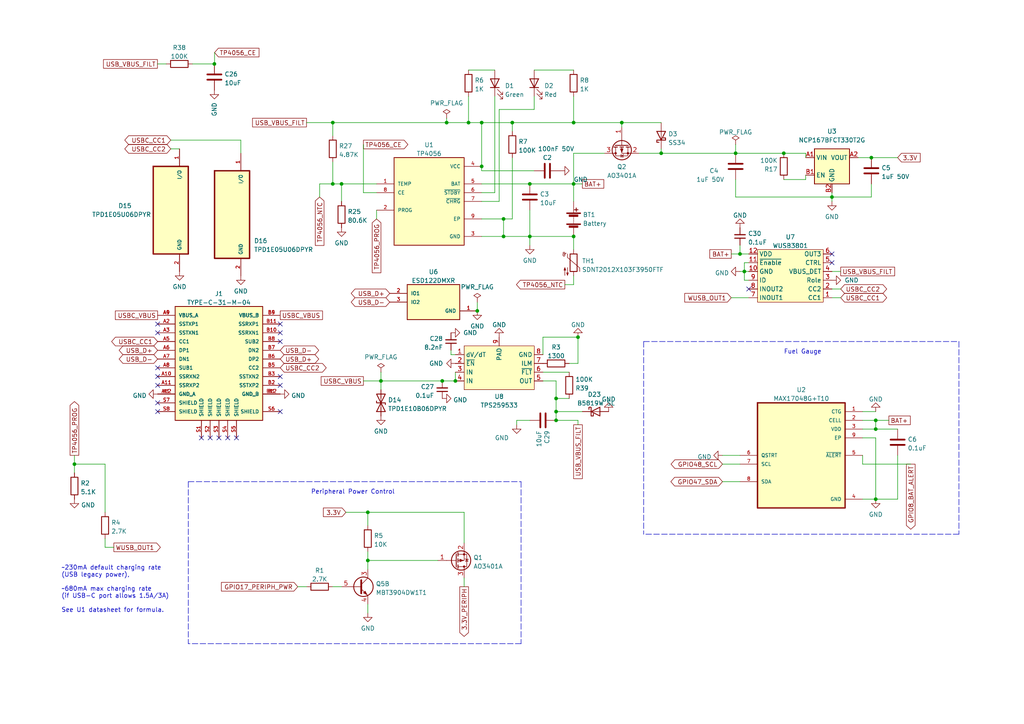
<source format=kicad_sch>
(kicad_sch (version 20211123) (generator eeschema)
  (paper "A4")
  (title_block (title "ezDV Power and USB") (date "2023-04-03") (rev "v0.8") (company "FreeDV Project"))
  (lib_symbols
    (symbol "Device:Battery" (pin_numbers hide) (pin_names (offset 0) hide)
      (property "Reference" "BT" (at 2.54 2.54 0))
      (property "Value" "Battery" (at 2.54 0 0))
      (symbol "Battery_1_1"
        (pin passive line (at 0 5.08 270) (length 2.54) (name "+") (number "1"))
        (pin passive line (at 0 -5.08 90) (length 2.54) (name "-") (number "2"))
      )
    )
    (symbol "Device:C" (pin_numbers hide) (pin_names (offset 0.254))
      (property "Reference" "C" (at 0.635 2.54 0))
      (property "Value" "C" (at 0.635 -2.54 0))
      (symbol "C_1_1"
        (pin passive line (at 0 3.81 270) (length 2.794) (name "~") (number "1"))
        (pin passive line (at 0 -3.81 90) (length 2.794) (name "~") (number "2"))
      )
    )
    (symbol "Device:C_Small" (pin_numbers hide) (pin_names (offset 0.254) hide)
      (property "Reference" "C" (at 0.254 1.778 0))
      (property "Value" "C_Small" (at 0.254 -2.032 0))
      (symbol "C_Small_1_1"
        (pin passive line (at 0 2.54 270) (length 2.032) (name "~") (number "1"))
        (pin passive line (at 0 -2.54 90) (length 2.032) (name "~") (number "2"))
      )
    )
    (symbol "Device:D_Schottky" (pin_numbers hide) (pin_names (offset 1.016) hide)
      (property "Reference" "D" (at 0 2.54 0))
      (property "Value" "D_Schottky" (at 0 -2.54 0))
      (symbol "D_Schottky_1_1"
        (pin passive line (at -3.81 0 0) (length 2.54) (name "K") (number "1"))
        (pin passive line (at 3.81 0 180) (length 2.54) (name "A") (number "2"))
      )
    )
    (symbol "Device:D_TVS" (pin_numbers hide) (pin_names (offset 1.016) hide)
      (property "Reference" "D" (at 0 2.54 0))
      (property "Value" "D_TVS" (at 0 -2.54 0))
      (symbol "D_TVS_1_1"
        (pin passive line (at -3.81 0 0) (length 2.54) (name "A1") (number "1"))
        (pin passive line (at 3.81 0 180) (length 2.54) (name "A2") (number "2"))
      )
    )
    (symbol "Device:LED" (pin_numbers hide) (pin_names (offset 1.016) hide)
      (property "Reference" "D" (at 0 2.54 0))
      (property "Value" "LED" (at 0 -2.54 0))
      (symbol "LED_1_1"
        (pin passive line (at -3.81 0 0) (length 2.54) (name "K") (number "1"))
        (pin passive line (at 3.81 0 180) (length 2.54) (name "A") (number "2"))
      )
    )
    (symbol "Device:R" (pin_numbers hide) (pin_names (offset 0))
      (property "Reference" "R" (at 2.032 0 90))
      (property "Value" "R" (at 0 0 90))
      (symbol "R_1_1"
        (pin passive line (at 0 3.81 270) (length 1.27) (name "~") (number "1"))
        (pin passive line (at 0 -3.81 90) (length 1.27) (name "~") (number "2"))
      )
    )
    (symbol "Device:Thermistor_NTC" (pin_numbers hide) (pin_names (offset 0))
      (property "Reference" "TH" (at -4.445 0 90))
      (property "Value" "Thermistor_NTC" (at 3.175 0 90))
      (symbol "Thermistor_NTC_1_1"
        (pin passive line (at 0 3.81 270) (length 1.27) (name "~") (number "1"))
        (pin passive line (at 0 -3.81 90) (length 1.27) (name "~") (number "2"))
      )
    )
    (symbol "ESD122DMXR:ESD122DMXR" (pin_names (offset 1.016))
      (property "Reference" "U" (at -7.62 6.35 0))
      (property "Value" "ESD122DMXR" (at -7.62 -7.62 0))
      (symbol "ESD122DMXR_0_0"
        (pin power_in line (at 12.7 -2.54 180) (length 5.08) (name "GND") (number "1"))
        (pin bidirectional line (at -12.7 2.54 0) (length 5.08) (name "IO1") (number "2"))
        (pin bidirectional line (at -12.7 0 0) (length 5.08) (name "IO2") (number "3"))
      )
    )
    (symbol "MAX17048G_T10:MAX17048G+T10" (pin_names (offset 1.016))
      (property "Reference" "U2" (at 0 19.016 0))
      (property "Value" "MAX17048G+T10" (at 0 16.4791 0))
      (symbol "MAX17048G+T10_0_0"
        (pin power_in line (at 17.78 12.7 180) (length 5.08) (name "CTG") (number "1"))
        (pin power_in line (at 17.78 10.16 180) (length 5.08) (name "CELL") (number "2"))
        (pin power_in line (at 17.78 7.62 180) (length 5.08) (name "VDD") (number "3"))
        (pin power_in line (at 17.78 -12.7 180) (length 5.08) (name "GND") (number "4"))
        (pin output line (at 17.78 0 180) (length 5.08) (name "~{ALERT}") (number "5"))
        (pin input line (at -17.78 0 0) (length 5.08) (name "QSTRT") (number "6"))
        (pin input line (at -17.78 -2.54 0) (length 5.08) (name "SCL") (number "7"))
        (pin bidirectional line (at -17.78 -7.62 0) (length 5.08) (name "SDA") (number "8"))
        (pin power_in line (at 17.78 5.08 180) (length 5.08) (name "EP") (number "9"))
      )
    )
    (symbol "Regulator_Linear:NCP163AFCT330T2G"
      (property "Reference" "U" (at 3.81 -6.35 0))
      (property "Value" "NCP163AFCT330T2G" (at 0 6.35 0))
      (symbol "NCP163AFCT330T2G_1_1"
        (pin power_in line (at -7.62 2.54 0) (length 2.54) (name "VIN") (number "A1"))
        (pin power_out line (at 7.62 2.54 180) (length 2.54) (name "VOUT") (number "A2"))
        (pin input line (at -7.62 -2.54 0) (length 2.54) (name "EN") (number "B1"))
        (pin power_in line (at 0 -7.62 90) (length 2.54) (name "GND") (number "B2"))
      )
    )
    (symbol "TP4056:TP4056" (pin_names (offset 1.016))
      (property "Reference" "U1" (at 0 16.3998 0))
      (property "Value" "TP4056" (at 0 13.8629 0))
      (symbol "TP4056_0_0"
        (pin input line (at -15.24 5.08 0) (length 5.08) (name "TEMP") (number "1"))
        (pin bidirectional line (at -15.24 -2.54 0) (length 5.08) (name "PROG") (number "2"))
        (pin power_in line (at 15.24 -10.16 180) (length 5.08) (name "GND") (number "3"))
        (pin power_in line (at 15.24 10.16 180) (length 5.08) (name "VCC") (number "4"))
        (pin power_out line (at 15.24 5.08 180) (length 5.08) (name "BAT") (number "5"))
        (pin output line (at 15.24 2.54 180) (length 5.08) (name "~{STDBY}") (number "6"))
        (pin output line (at 15.24 0 180) (length 5.08) (name "~{CHRG}") (number "7"))
        (pin input line (at -15.24 2.54 0) (length 5.08) (name "CE") (number "8"))
        (pin passive line (at 15.24 -5.08 180) (length 5.08) (name "EP") (number "9"))
      )
    )
    (symbol "TPD1E05U06DPYR:TPD1E05U06DPYR" (pin_names (offset 1.016))
      (property "Reference" "D" (at -12.7 6.08 0))
      (property "Value" "TPD1E05U06DPYR" (at -12.7 -9.08 0))
      (symbol "TPD1E05U06DPYR_0_0"
        (pin bidirectional line (at -17.78 2.54 0) (length 5.08) (name "I/O") (number "1"))
        (pin power_in line (at 17.78 2.54 180) (length 5.08) (name "GND") (number "2"))
      )
    )
    (symbol "TYPE-C-31-M-04:TYPE-C-31-M-04" (pin_names (offset 1.016))
      (property "Reference" "J1" (at 0 18.9398 0))
      (property "Value" "TYPE-C-31-M-04" (at 0 16.4029 0))
      (symbol "TYPE-C-31-M-04_0_0"
        (pin power_in line (at -17.78 -10.16 0) (length 5.08) (name "GND_A") (number "A1"))
        (pin bidirectional line (at -17.78 -5.08 0) (length 5.08) (name "SSRXN2") (number "A10"))
        (pin bidirectional line (at -17.78 -7.62 0) (length 5.08) (name "SSRXP2") (number "A11"))
        (pin power_in line (at -17.78 -10.16 0) (length 5.08) (name "GND_A") (number "A12"))
        (pin bidirectional line (at -17.78 10.16 0) (length 5.08) (name "SSTXP1") (number "A2"))
        (pin bidirectional line (at -17.78 7.62 0) (length 5.08) (name "SSTXN1") (number "A3"))
        (pin power_in line (at -17.78 12.7 0) (length 5.08) (name "VBUS_A") (number "A4"))
        (pin bidirectional line (at -17.78 5.08 0) (length 5.08) (name "CC1") (number "A5"))
        (pin bidirectional line (at -17.78 2.54 0) (length 5.08) (name "DP1") (number "A6"))
        (pin bidirectional line (at -17.78 0 0) (length 5.08) (name "DN1") (number "A7"))
        (pin bidirectional line (at -17.78 -2.54 0) (length 5.08) (name "SUB1") (number "A8"))
        (pin power_in line (at -17.78 12.7 0) (length 5.08) (name "VBUS_A") (number "A9"))
        (pin power_in line (at 17.78 -10.16 180) (length 5.08) (name "GND_B") (number "B1"))
        (pin bidirectional line (at 17.78 7.62 180) (length 5.08) (name "SSRXN1") (number "B10"))
        (pin bidirectional line (at 17.78 10.16 180) (length 5.08) (name "SSRXP1") (number "B11"))
        (pin power_in line (at 17.78 -10.16 180) (length 5.08) (name "GND_B") (number "B12"))
        (pin bidirectional line (at 17.78 -7.62 180) (length 5.08) (name "SSTXP2") (number "B2"))
        (pin bidirectional line (at 17.78 -5.08 180) (length 5.08) (name "SSTXN2") (number "B3"))
        (pin power_in line (at 17.78 12.7 180) (length 5.08) (name "VBUS_B") (number "B4"))
        (pin bidirectional line (at 17.78 -2.54 180) (length 5.08) (name "CC2") (number "B5"))
        (pin bidirectional line (at 17.78 0 180) (length 5.08) (name "DP2") (number "B6"))
        (pin bidirectional line (at 17.78 2.54 180) (length 5.08) (name "DN2") (number "B7"))
        (pin bidirectional line (at 17.78 5.08 180) (length 5.08) (name "SUB2") (number "B8"))
        (pin power_in line (at 17.78 12.7 180) (length 5.08) (name "VBUS_B") (number "B9"))
        (pin passive line (at -5.08 -22.86 90) (length 5.08) (name "SHIELD") (number "S1"))
        (pin passive line (at -2.54 -22.86 90) (length 5.08) (name "SHIELD") (number "S2"))
        (pin passive line (at 0 -22.86 90) (length 5.08) (name "SHIELD") (number "S3"))
        (pin passive line (at 2.54 -22.86 90) (length 5.08) (name "SHIELD") (number "S4"))
        (pin passive line (at 5.08 -22.86 90) (length 5.08) (name "SHIELD") (number "S5"))
        (pin passive line (at 17.78 -15.24 180) (length 5.08) (name "SHIELD") (number "S6"))
        (pin passive line (at -17.78 -12.7 0) (length 5.08) (name "SHIELD") (number "S7"))
        (pin passive line (at -17.78 -15.24 0) (length 5.08) (name "SHIELD") (number "S8"))
      )
    )
    (symbol "Transistor_BJT:MBT2222ADW1T1" (pin_names (offset 0) hide)
      (property "Reference" "Q" (at 5.08 1.27 0))
      (property "Value" "MBT2222ADW1T1" (at 5.08 -1.27 0))
      (symbol "MBT2222ADW1T1_1_1"
        (pin passive line (at 2.54 -5.08 90) (length 2.54) (name "E1") (number "1"))
        (pin input line (at -5.08 0 0) (length 2.54) (name "B1") (number "2"))
        (pin passive line (at 2.54 5.08 270) (length 2.54) (name "C1") (number "6"))
      )
      (symbol "MBT2222ADW1T1_2_1"
        (pin passive line (at 2.54 5.08 270) (length 2.54) (name "C2") (number "3"))
        (pin passive line (at 2.54 -5.08 90) (length 2.54) (name "E2") (number "4"))
        (pin input line (at -5.08 0 0) (length 2.54) (name "B2") (number "5"))
      )
    )
    (symbol "Transistor_FET:AO3401A" (pin_names hide)
      (property "Reference" "Q" (at 5.08 1.905 0))
      (property "Value" "AO3401A" (at 5.08 0 0))
      (symbol "AO3401A_1_1"
        (pin input line (at -5.08 0 0) (length 2.54) (name "G") (number "1"))
        (pin passive line (at 2.54 -5.08 90) (length 2.54) (name "S") (number "2"))
        (pin passive line (at 2.54 5.08 270) (length 2.54) (name "D") (number "3"))
      )
    )
    (symbol "ezDV-rescue:TPS259533"
      (property "Reference" "U" (at 0 -1.27 0))
      (property "Value" "TPS259533" (at 0 -3.81 0))
      (symbol "TPS259533_1_1"
        (pin bidirectional line (at -12.7 10.16 0) (length 2.54) (name "dV/dT") (number "1"))
        (pin input line (at -12.7 7.62 0) (length 2.54) (name "~{EN}") (number "2"))
        (pin power_in line (at -12.7 5.08 0) (length 2.54) (name "IN") (number "3"))
        (pin power_in line (at -12.7 2.54 0) (length 2.54) (name "IN") (number "4"))
        (pin power_out line (at 12.7 2.54 180) (length 2.54) (name "OUT") (number "5"))
        (pin open_collector line (at 12.7 5.08 180) (length 2.54) (name "~{FLT}") (number "6"))
        (pin bidirectional line (at 12.7 7.62 180) (length 2.54) (name "ILM") (number "7"))
        (pin bidirectional line (at 12.7 10.16 180) (length 2.54) (name "GND") (number "8"))
        (pin bidirectional line (at 0 15.24 270) (length 2.54) (name "PAD") (number "9"))
      )
    )
    (symbol "ezDV-rescue:WUSB3801"
      (property "Reference" "U?" (at 0 -10.16 0))
      (property "Value" "WUSB3801" (at 0 -12.7 0))
      (symbol "WUSB3801_1_1"
        (pin bidirectional line (at -12.7 6.35 0) (length 2.54) (name "CC1") (number "1"))
        (pin power_out line (at 11.43 -1.27 180) (length 2.54) (name "GND") (number "10"))
        (pin input line (at 11.43 -3.81 180) (length 2.54) (name "~{Enable}") (number "11"))
        (pin power_in line (at 11.43 -6.35 180) (length 2.54) (name "VDD") (number "12"))
        (pin bidirectional line (at -12.7 3.81 0) (length 2.54) (name "CC2") (number "2"))
        (pin input line (at -12.7 1.27 0) (length 2.54) (name "Role") (number "3"))
        (pin power_in line (at -12.7 -1.27 0) (length 2.54) (name "VBUS_DET") (number "4"))
        (pin input line (at -12.7 -3.81 0) (length 2.54) (name "CTRL") (number "5"))
        (pin output line (at -12.7 -6.35 0) (length 2.54) (name "OUT3") (number "6"))
        (pin bidirectional line (at 11.43 6.35 180) (length 2.54) (name "INOUT1") (number "7"))
        (pin bidirectional line (at 11.43 3.81 180) (length 2.54) (name "INOUT2") (number "8"))
        (pin output line (at 11.43 1.27 180) (length 2.54) (name "ID") (number "9"))
      )
    )
    (symbol "power:GND" (power) (pin_names (offset 0))
      (property "Value" "GND" (at 0 -3.81 0))
      (symbol "GND_1_1"
        (pin power_in line (at 0 0 270) (length 0) hide (name "GND") (number "1"))
      )
    )
    (symbol "power:PWR_FLAG" (power) (pin_numbers hide) (pin_names (offset 0) hide)
      (property "Value" "PWR_FLAG" (at 0 3.81 0))
      (symbol "PWR_FLAG_0_0"
        (pin power_out line (at 0 0 90) (length 0) (name "pwr") (number "1"))
      )
    )
  )
  (junction (at 161.29 119.38))
  (junction (at 166.37 68.58))
  (junction (at 214.63 73.66))
  (junction (at 96.52 35.56))
  (junction (at 166.37 35.56))
  (junction (at 241.3 57.15))
  (junction (at 135.89 35.56))
  (junction (at 110.49 110.49))
  (junction (at 106.68 162.56))
  (junction (at 153.67 53.34))
  (junction (at 62.1783 18.5406))
  (junction (at 139.7 35.56))
  (junction (at 213.36 44.45))
  (junction (at 21.59 134.62))
  (junction (at 166.37 53.34))
  (junction (at 252.73 45.72))
  (junction (at 215.9 78.74))
  (junction (at 180.34 35.56))
  (junction (at 167.64 97.79))
  (junction (at 99.06 53.34))
  (junction (at 161.29 121.92))
  (junction (at 148.59 35.56))
  (junction (at 146.05 68.58))
  (junction (at 96.52 53.34))
  (junction (at 161.29 115.57))
  (junction (at 106.68 148.59))
  (junction (at 254 144.78))
  (junction (at 128.27 110.49))
  (junction (at 138.43 90.17))
  (junction (at 153.67 68.58))
  (junction (at 254 121.92))
  (junction (at 254 124.46))
  (junction (at 132.08 110.49))
  (junction (at 191.77 44.45))
  (junction (at 129.54 35.56))
  (junction (at 146.05 63.5))
  (junction (at 227.33 44.45))
  (junction (at 139.7 48.26))
  (no_connect (at 81.28 119.38))
  (no_connect (at 45.72 116.84))
  (no_connect (at 58.42 127))
  (no_connect (at 60.96 127))
  (no_connect (at 63.5 127))
  (no_connect (at 66.04 127))
  (no_connect (at 68.58 127))
  (no_connect (at 241.3 73.66))
  (no_connect (at 241.3 76.2))
  (no_connect (at 217.17 83.82))
  (no_connect (at 45.72 96.52))
  (no_connect (at 45.72 93.98))
  (no_connect (at 81.28 99.06))
  (no_connect (at 81.28 111.76))
  (no_connect (at 81.28 96.52))
  (no_connect (at 81.28 109.22))
  (no_connect (at 81.28 93.98))
  (no_connect (at 45.72 106.68))
  (no_connect (at 45.72 111.76))
  (no_connect (at 45.72 119.38))
  (no_connect (at 45.72 109.22))
  (wire (pts (xy 215.9 78.74) (xy 215.9 81.28)))
  (wire (pts (xy 254 124.46) (xy 260.35 124.46)))
  (wire (pts (xy 213.36 44.45) (xy 227.33 44.45)))
  (wire (pts (xy 166.37 53.34) (xy 166.37 58.42)))
  (wire (pts (xy 180.34 35.56) (xy 180.34 36.83)))
  (wire (pts (xy 135.89 27.94) (xy 135.89 35.56)))
  (wire (pts (xy 30.48 134.62) (xy 21.59 134.62)))
  (wire (pts (xy 227.33 52.07) (xy 233.68 52.07)))
  (wire (pts (xy 135.89 35.56) (xy 139.7 35.56)))
  (wire (pts (xy 167.64 97.79) (xy 167.64 105.41)))
  (polyline (pts (xy 186.69 99.06) (xy 186.69 154.94)))
  (wire (pts (xy 106.68 175.26) (xy 106.68 177.8)))
  (wire (pts (xy 146.05 68.58) (xy 153.67 68.58)))
  (wire (pts (xy 148.59 45.72) (xy 148.59 63.5)))
  (wire (pts (xy 96.52 35.56) (xy 129.54 35.56)))
  (wire (pts (xy 86.36 170.18) (xy 88.9 170.18)))
  (wire (pts (xy 250.19 134.62) (xy 250.19 132.08)))
  (wire (pts (xy 264.16 134.62) (xy 250.19 134.62)))
  (polyline (pts (xy 54.61 139.7) (xy 54.61 186.69)))
  (wire (pts (xy 130.81 101.6) (xy 130.81 102.87)))
  (wire (pts (xy 214.63 73.66) (xy 217.17 73.66)))
  (wire (pts (xy 161.29 115.57) (xy 165.1 115.57)))
  (wire (pts (xy 153.67 68.58) (xy 153.67 60.96)))
  (wire (pts (xy 109.22 55.88) (xy 105.41 55.88)))
  (wire (pts (xy 157.48 102.87) (xy 157.48 97.79)))
  (wire (pts (xy 21.59 134.62) (xy 21.59 137.16)))
  (wire (pts (xy 134.62 148.59) (xy 134.62 157.48)))
  (wire (pts (xy 166.37 35.56) (xy 180.34 35.56)))
  (wire (pts (xy 62.23 18.5406) (xy 62.1783 18.5406)))
  (wire (pts (xy 139.7 35.56) (xy 139.7 48.26)))
  (wire (pts (xy 153.67 53.34) (xy 166.37 53.34)))
  (wire (pts (xy 157.48 107.95) (xy 165.1 107.95)))
  (wire (pts (xy 106.68 162.56) (xy 127 162.56)))
  (wire (pts (xy 250.19 144.78) (xy 254 144.78)))
  (wire (pts (xy 254 124.46) (xy 254 121.92)))
  (wire (pts (xy 149.86 123.19) (xy 149.86 121.92)))
  (wire (pts (xy 161.29 115.57) (xy 161.29 119.38)))
  (wire (pts (xy 105.41 110.49) (xy 110.49 110.49)))
  (wire (pts (xy 241.3 57.15) (xy 241.3 55.88)))
  (wire (pts (xy 161.29 119.38) (xy 161.29 121.92)))
  (wire (pts (xy 250.19 127) (xy 254 127)))
  (wire (pts (xy 55.8283 18.5406) (xy 62.1783 18.5406)))
  (wire (pts (xy 233.68 52.07) (xy 233.68 50.8)))
  (wire (pts (xy 148.59 35.56) (xy 166.37 35.56)))
  (wire (pts (xy 252.73 57.15) (xy 241.3 57.15)))
  (wire (pts (xy 99.06 53.34) (xy 99.06 58.42)))
  (wire (pts (xy 49.53 43.18) (xy 52.07 43.18)))
  (wire (pts (xy 30.48 148.59) (xy 30.48 134.62)))
  (wire (pts (xy 134.62 167.64) (xy 134.62 170.18)))
  (wire (pts (xy 106.68 148.59) (xy 134.62 148.59)))
  (wire (pts (xy 166.37 68.58) (xy 153.67 68.58)))
  (wire (pts (xy 106.68 162.56) (xy 106.68 165.1)))
  (polyline (pts (xy 278.13 154.94) (xy 186.69 154.94)))
  (wire (pts (xy 129.54 34.29) (xy 129.54 35.56)))
  (wire (pts (xy 212.09 86.36) (xy 217.17 86.36)))
  (wire (pts (xy 49.53 40.64) (xy 69.85 40.64)))
  (wire (pts (xy 215.9 76.2) (xy 217.17 76.2)))
  (wire (pts (xy 45.6683 18.5406) (xy 48.2083 18.5406)))
  (wire (pts (xy 250.19 124.46) (xy 254 124.46)))
  (wire (pts (xy 213.36 41.91) (xy 213.36 44.45)))
  (wire (pts (xy 213.36 52.07) (xy 213.36 57.15)))
  (wire (pts (xy 241.3 57.15) (xy 241.3 58.42)))
  (wire (pts (xy 233.68 45.72) (xy 233.68 44.45)))
  (wire (pts (xy 110.49 110.49) (xy 110.49 107.95)))
  (wire (pts (xy 99.06 53.34) (xy 109.22 53.34)))
  (wire (pts (xy 154.94 20.32) (xy 166.37 20.32)))
  (wire (pts (xy 96.52 53.34) (xy 92.71 53.34)))
  (wire (pts (xy 163.83 82.55) (xy 166.37 82.55)))
  (wire (pts (xy 106.68 160.02) (xy 106.68 162.56)))
  (wire (pts (xy 165.1 105.41) (xy 167.64 105.41)))
  (wire (pts (xy 92.71 53.34) (xy 92.71 57.15)))
  (wire (pts (xy 233.68 44.45) (xy 227.33 44.45)))
  (wire (pts (xy 105.41 41.91) (xy 105.41 55.88)))
  (wire (pts (xy 149.86 121.92) (xy 153.67 121.92)))
  (polyline (pts (xy 54.61 139.7) (xy 151.13 139.7)))
  (wire (pts (xy 161.29 121.92) (xy 167.64 121.92)))
  (wire (pts (xy 96.52 53.34) (xy 99.06 53.34)))
  (polyline (pts (xy 278.13 99.06) (xy 278.13 154.94)))
  (wire (pts (xy 132.08 107.95) (xy 132.08 110.49)))
  (wire (pts (xy 260.35 144.78) (xy 260.35 132.08)))
  (wire (pts (xy 154.94 49.53) (xy 139.7 49.53)))
  (wire (pts (xy 148.59 63.5) (xy 146.05 63.5)))
  (wire (pts (xy 166.37 44.45) (xy 166.37 53.34)))
  (wire (pts (xy 135.89 20.32) (xy 143.51 20.32)))
  (wire (pts (xy 215.9 78.74) (xy 215.9 76.2)))
  (wire (pts (xy 180.34 35.56) (xy 191.77 35.56)))
  (wire (pts (xy 161.29 119.38) (xy 168.91 119.38)))
  (wire (pts (xy 143.51 55.88) (xy 139.7 55.88)))
  (wire (pts (xy 139.7 63.5) (xy 146.05 63.5)))
  (wire (pts (xy 166.37 53.34) (xy 168.91 53.34)))
  (wire (pts (xy 153.67 68.58) (xy 153.67 71.12)))
  (wire (pts (xy 109.22 60.96) (xy 109.22 63.5)))
  (wire (pts (xy 62.23 15.24) (xy 62.23 18.5406)))
  (wire (pts (xy 215.9 81.28) (xy 217.17 81.28)))
  (wire (pts (xy 128.27 110.49) (xy 132.08 110.49)))
  (wire (pts (xy 209.55 132.08) (xy 214.63 132.08)))
  (wire (pts (xy 209.55 134.62) (xy 214.63 134.62)))
  (polyline (pts (xy 151.13 139.7) (xy 151.13 186.69)))
  (wire (pts (xy 250.19 119.38) (xy 254 119.38)))
  (wire (pts (xy 214.63 71.12) (xy 214.63 73.66)))
  (wire (pts (xy 139.7 35.56) (xy 148.59 35.56)))
  (wire (pts (xy 30.48 156.21) (xy 30.48 158.75)))
  (wire (pts (xy 21.59 132.08) (xy 21.59 134.62)))
  (polyline (pts (xy 151.13 186.69) (xy 54.61 186.69)))
  (wire (pts (xy 254 121.92) (xy 257.81 121.92)))
  (polyline (pts (xy 186.69 99.06) (xy 278.13 99.06)))
  (wire (pts (xy 100.33 148.59) (xy 106.68 148.59)))
  (wire (pts (xy 209.55 139.7) (xy 214.63 139.7)))
  (wire (pts (xy 144.78 31.75) (xy 144.78 58.42)))
  (wire (pts (xy 175.26 44.45) (xy 166.37 44.45)))
  (wire (pts (xy 96.52 46.99) (xy 96.52 53.34)))
  (wire (pts (xy 139.7 49.53) (xy 139.7 48.26)))
  (wire (pts (xy 144.78 58.42) (xy 139.7 58.42)))
  (wire (pts (xy 138.43 87.63) (xy 138.43 90.17)))
  (wire (pts (xy 241.3 83.82) (xy 243.84 83.82)))
  (wire (pts (xy 157.48 110.49) (xy 161.29 110.49)))
  (wire (pts (xy 254 144.78) (xy 260.35 144.78)))
  (wire (pts (xy 166.37 82.55) (xy 166.37 80.01)))
  (wire (pts (xy 166.37 27.94) (xy 166.37 35.56)))
  (wire (pts (xy 129.54 35.56) (xy 135.89 35.56)))
  (wire (pts (xy 213.36 57.15) (xy 241.3 57.15)))
  (wire (pts (xy 252.73 45.72) (xy 260.35 45.72)))
  (wire (pts (xy 154.94 27.94) (xy 154.94 31.75)))
  (wire (pts (xy 252.73 53.34) (xy 252.73 57.15)))
  (wire (pts (xy 167.64 121.92) (xy 167.64 123.19)))
  (wire (pts (xy 146.05 63.5) (xy 146.05 68.58)))
  (wire (pts (xy 139.7 53.34) (xy 153.67 53.34)))
  (wire (pts (xy 250.19 121.92) (xy 254 121.92)))
  (wire (pts (xy 157.48 97.79) (xy 167.64 97.79)))
  (wire (pts (xy 166.37 68.58) (xy 166.37 72.39)))
  (wire (pts (xy 214.63 78.74) (xy 215.9 78.74)))
  (wire (pts (xy 143.51 27.94) (xy 143.51 55.88)))
  (wire (pts (xy 139.7 68.58) (xy 146.05 68.58)))
  (wire (pts (xy 69.85 40.64) (xy 69.85 44.45)))
  (wire (pts (xy 110.49 110.49) (xy 110.49 113.03)))
  (wire (pts (xy 148.59 35.56) (xy 148.59 38.1)))
  (wire (pts (xy 241.3 78.74) (xy 243.84 78.74)))
  (wire (pts (xy 254 127) (xy 254 144.78)))
  (wire (pts (xy 106.68 148.59) (xy 106.68 152.4)))
  (wire (pts (xy 96.52 170.18) (xy 99.06 170.18)))
  (wire (pts (xy 96.52 35.56) (xy 96.52 39.37)))
  (wire (pts (xy 212.09 73.66) (xy 214.63 73.66)))
  (wire (pts (xy 241.3 86.36) (xy 243.84 86.36)))
  (wire (pts (xy 191.77 44.45) (xy 191.77 43.18)))
  (wire (pts (xy 161.29 110.49) (xy 161.29 115.57)))
  (wire (pts (xy 185.42 44.45) (xy 191.77 44.45)))
  (wire (pts (xy 88.9 35.56) (xy 96.52 35.56)))
  (wire (pts (xy 130.81 102.87) (xy 132.08 102.87)))
  (wire (pts (xy 30.48 158.75) (xy 33.02 158.75)))
  (wire (pts (xy 248.92 45.72) (xy 252.73 45.72)))
  (wire (pts (xy 191.77 44.45) (xy 213.36 44.45)))
  (wire (pts (xy 154.94 31.75) (xy 144.78 31.75)))
  (wire (pts (xy 215.9 78.74) (xy 217.17 78.74)))
  (wire (pts (xy 110.49 110.49) (xy 128.27 110.49)))
  (text "Fuel Gauge" (at 227.33 102.87 0) (effects (font (size 1.27 1.27)) (justify left bottom)))
  (text "Peripheral Power Control" (at 90.17 143.51 0) (effects (font (size 1.27 1.27)) (justify left bottom)))
  (text "~230mA default charging rate\n(USB legacy power),\n\n~680mA max charging rate \n(if USB-C port allows 1.5A/3A)\n\nSee U1 datasheet for formula." (at 17.78 177.8 0) (effects (font (size 1.27 1.27)) (justify left bottom)))
  (global_label "USBC_CC1" (shape bidirectional) (at 45.72 99.06 180) (property "Intersheet References" "${INTERSHEET_REFS}" (effects hide)))
  (global_label "USBC_CC1" (shape bidirectional) (at 243.84 86.36 0) (property "Intersheet References" "${INTERSHEET_REFS}" (effects hide)))
  (global_label "USB_VBUS_FILT" (shape passive) (at 243.84 78.74 0) (property "Intersheet References" "${INTERSHEET_REFS}" (effects hide)))
  (global_label "USB_D+" (shape bidirectional) (at 45.72 101.6 180) (property "Intersheet References" "${INTERSHEET_REFS}" (effects hide)))
  (global_label "USBC_VBUS" (shape passive) (at 81.28 91.44 0) (property "Intersheet References" "${INTERSHEET_REFS}" (effects hide)))
  (global_label "USB_VBUS_FILT" (shape passive) (at 45.6683 18.5406 180) (property "Intersheet References" "${INTERSHEET_REFS}" (effects hide)))
  (global_label "TP4056_NTC" (shape output) (at 163.83 82.55 180) (property "Intersheet References" "${INTERSHEET_REFS}" (effects hide)))
  (global_label "GPIO17_PERIPH_PWR" (shape input) (at 86.36 170.18 180) (property "Intersheet References" "${INTERSHEET_REFS}" (effects hide)))
  (global_label "TP4056_CE" (shape input) (at 62.23 15.24 0) (property "Intersheet References" "${INTERSHEET_REFS}" (effects hide)))
  (global_label "GPIO8_BAT_ALERT" (shape output) (at 264.16 134.62 270) (property "Intersheet References" "${INTERSHEET_REFS}" (effects hide)))
  (global_label "3.3V" (shape input) (at 100.33 148.59 180) (property "Intersheet References" "${INTERSHEET_REFS}" (effects hide)))
  (global_label "USB_D+" (shape bidirectional) (at 113.03 85.09 180) (property "Intersheet References" "${INTERSHEET_REFS}" (effects hide)))
  (global_label "3.3V_PERIPH" (shape output) (at 134.62 170.18 270) (property "Intersheet References" "${INTERSHEET_REFS}" (effects hide)))
  (global_label "USBC_VBUS" (shape passive) (at 105.41 110.49 180) (property "Intersheet References" "${INTERSHEET_REFS}" (effects hide)))
  (global_label "USB_VBUS_FILT" (shape passive) (at 167.64 123.19 270) (property "Intersheet References" "${INTERSHEET_REFS}" (effects hide)))
  (global_label "WUSB_OUT1" (shape input) (at 212.09 86.36 180) (property "Intersheet References" "${INTERSHEET_REFS}" (effects hide)))
  (global_label "USB_D-" (shape bidirectional) (at 81.28 101.6 0) (property "Intersheet References" "${INTERSHEET_REFS}" (effects hide)))
  (global_label "USBC_CC2" (shape bidirectional) (at 243.84 83.82 0) (property "Intersheet References" "${INTERSHEET_REFS}" (effects hide)))
  (global_label "TP4056_PROG" (shape input) (at 109.22 63.5 270) (property "Intersheet References" "${INTERSHEET_REFS}" (effects hide)))
  (global_label "BAT+" (shape passive) (at 168.91 53.34 0) (property "Intersheet References" "${INTERSHEET_REFS}" (effects hide)))
  (global_label "BAT+" (shape passive) (at 257.81 121.92 0) (property "Intersheet References" "${INTERSHEET_REFS}" (effects hide)))
  (global_label "USB_VBUS_FILT" (shape passive) (at 88.9 35.56 180) (property "Intersheet References" "${INTERSHEET_REFS}" (effects hide)))
  (global_label "USB_D+" (shape bidirectional) (at 81.28 104.14 0) (property "Intersheet References" "${INTERSHEET_REFS}" (effects hide)))
  (global_label "USB_D-" (shape bidirectional) (at 45.72 104.14 180) (property "Intersheet References" "${INTERSHEET_REFS}" (effects hide)))
  (global_label "GPIO47_SDA" (shape bidirectional) (at 209.55 139.7 180) (property "Intersheet References" "${INTERSHEET_REFS}" (effects hide)))
  (global_label "USBC_VBUS" (shape passive) (at 45.72 91.44 180) (property "Intersheet References" "${INTERSHEET_REFS}" (effects hide)))
  (global_label "USBC_CC2" (shape bidirectional) (at 81.28 106.68 0) (property "Intersheet References" "${INTERSHEET_REFS}" (effects hide)))
  (global_label "USBC_CC2" (shape bidirectional) (at 49.53 43.18 180) (property "Intersheet References" "${INTERSHEET_REFS}" (effects hide)))
  (global_label "WUSB_OUT1" (shape output) (at 33.02 158.75 0) (property "Intersheet References" "${INTERSHEET_REFS}" (effects hide)))
  (global_label "TP4056_CE" (shape output) (at 105.41 41.91 0) (property "Intersheet References" "${INTERSHEET_REFS}" (effects hide)))
  (global_label "USBC_CC1" (shape bidirectional) (at 49.53 40.64 180) (property "Intersheet References" "${INTERSHEET_REFS}" (effects hide)))
  (global_label "TP4056_NTC" (shape input) (at 92.71 57.15 270) (property "Intersheet References" "${INTERSHEET_REFS}" (effects hide)))
  (global_label "BAT+" (shape passive) (at 212.09 73.66 180) (property "Intersheet References" "${INTERSHEET_REFS}" (effects hide)))
  (global_label "USB_D-" (shape bidirectional) (at 113.03 87.63 180) (property "Intersheet References" "${INTERSHEET_REFS}" (effects hide)))
  (global_label "TP4056_PROG" (shape output) (at 21.59 132.08 90) (property "Intersheet References" "${INTERSHEET_REFS}" (effects hide)))
  (global_label "GPIO48_SCL" (shape bidirectional) (at 209.55 134.62 180) (property "Intersheet References" "${INTERSHEET_REFS}" (effects hide)))
  (global_label "3.3V" (shape input) (at 260.35 45.72 0) (property "Intersheet References" "${INTERSHEET_REFS}" (effects hide)))
  (symbol (lib_id "power:PWR_FLAG") (at 129.54 34.29 0) (unit 1)
    (property "Reference" "#FLG0101" (effects hide))
    (property "Value" "PWR_FLAG" (at 129.54 29.8958 0))
  )
  (symbol (lib_id "Device:LED") (at 154.94 24.13 90) (unit 1)
    (property "Reference" "D2" (at 157.861 24.8828 90) (effects (justify right)))
    (property "Value" "Red" (at 157.861 27.4197 90) (effects (justify right)))
    (property "Footprint" "Diode_SMD:D_0603_1608Metric" (effects hide))
    (property "Datasheet" "https://datasheet.lcsc.com/lcsc/1810231112_Hubei-KENTO-Elec-KT-0603R_C2286.pdf" (effects hide))
    (property "LCSC" "C2286" (effects hide))
  )
  (symbol (lib_id "Device:C") (at 157.48 121.92 270) (unit 1)
    (property "Reference" "C29" (at 158.6484 124.841 0) (effects (justify left)))
    (property "Value" "10uF" (at 156.337 124.841 0) (effects (justify left)))
    (property "Footprint" "Capacitor_SMD:C_0402_1005Metric" (effects hide))
    (property "Datasheet" "https://datasheet.lcsc.com/lcsc/2007131004_Samsung-Electro-Mechanics-CL05A106MP5NUNC_C315248.pdf" (effects hide))
    (property "LCSC" "C315248" (effects hide))
  )
  (symbol (lib_id "Device:R") (at 52.0183 18.5406 270) (unit 1)
    (property "Reference" "R38" (at 52.0183 13.8248 90))
    (property "Value" "100K" (at 52.0183 16.3617 90))
    (property "Footprint" "Resistor_SMD:R_0402_1005Metric" (effects hide))
    (property "Datasheet" "https://datasheet.lcsc.com/lcsc/2206010100_UNI-ROYAL-Uniroyal-Elec-0402WGF1003TCE_C25741.pdf" (effects hide))
    (property "LCSC" "C25741" (effects hide))
  )
  (symbol (lib_id "TP4056:TP4056") (at 124.46 58.42 0) (unit 1)
    (property "Reference" "U1" (at 124.46 42.0202 0))
    (property "Value" "TP4056" (at 124.46 44.5571 0))
    (property "Footprint" "ezDV_production:SOP127P600X175-9N" (effects hide))
    (property "Datasheet" "https://datasheet.lcsc.com/lcsc/1809261820_TOPPOWER-Nanjing-Extension-Microelectronics-TP4056-42-ESOP8_C16581.pdf" (effects hide))
    (property "STANDARD" "IPC 7351B" (effects hide))
    (property "MAXIMUM_PACKAGE_HEIGHT" "1.75mm" (effects hide))
    (property "MANUFACTURER" "NanJing Top Power ASIC Corp." (effects hide))
    (property "LCSC" "C16581" (effects hide))
  )
  (symbol (lib_id "power:GND") (at 254 119.38 180) (unit 1)
    (property "Reference" "#PWR010" (effects hide))
    (property "Value" "GND" (at 254 115.8042 0))
  )
  (symbol (lib_id "Device:D_TVS") (at 110.49 116.84 90) (unit 1)
    (property "Reference" "D14" (at 112.522 116.0053 90) (effects (justify right)))
    (property "Value" "TPD1E10B06DPYR" (at 112.522 118.5422 90) (effects (justify right)))
    (property "Footprint" "ezDV_production:DIO_TPD1E05U06DPYR" (effects hide))
    (property "Datasheet" "https://www.ti.com/lit/ds/symlink/tpd1e10b06.pdf?ts=1673062853444" (effects hide))
    (property "LCSC" "C48260" (effects hide))
  )
  (symbol (lib_id "power:GND") (at 81.28 114.3 90) (unit 1)
    (property "Reference" "#PWR02" (effects hide))
    (property "Value" "GND" (at 84.455 114.7338 90) (effects (justify right)))
  )
  (symbol (lib_id "power:GND") (at 128.27 115.57 90) (unit 1)
    (property "Reference" "#PWR055" (effects hide))
    (property "Value" "GND" (at 131.445 116.0038 90) (effects (justify right)))
  )
  (symbol (lib_id "Device:C_Small") (at 214.63 68.58 180) (unit 1)
    (property "Reference" "C30" (at 216.9541 67.7389 0) (effects (justify right)))
    (property "Value" "0.1uF" (at 216.9541 70.2758 0) (effects (justify right)))
    (property "Footprint" "Capacitor_SMD:C_0402_1005Metric" (effects hide))
    (property "Datasheet" "https://datasheet.lcsc.com/lcsc/1810191219_Samsung-Electro-Mechanics-CL05B104KO5NNNC_C1525.pdf" (effects hide))
    (property "LCSC" "C1525" (effects hide))
  )
  (symbol (lib_id "Device:R") (at 161.29 105.41 90) (unit 1)
    (property "Reference" "R3" (at 161.29 100.6942 90))
    (property "Value" "1300" (at 161.29 103.2311 90))
    (property "Footprint" "Resistor_SMD:R_0402_1005Metric" (effects hide))
    (property "Datasheet" "https://datasheet.lcsc.com/lcsc/2202151130_FOJAN-FRC0402F1331TS_C2974006.pdf" (effects hide))
    (property "LCSC" "C2974006" (effects hide))
  )
  (symbol (lib_id "Device:R") (at 148.59 41.91 0) (unit 1)
    (property "Reference" "R7" (at 150.368 41.0753 0) (effects (justify left)))
    (property "Value" "100K" (at 150.368 43.6122 0) (effects (justify left)))
    (property "Footprint" "Resistor_SMD:R_0402_1005Metric" (effects hide))
    (property "Datasheet" "https://datasheet.lcsc.com/lcsc/2206010100_UNI-ROYAL-Uniroyal-Elec-0402WGF1003TCE_C25741.pdf" (effects hide))
    (property "LCSC" "C25741" (effects hide))
  )
  (symbol (lib_id "power:GND") (at 241.3 58.42 0) (unit 1)
    (property "Reference" "#PWR09" (effects hide))
    (property "Value" "GND" (at 241.3 62.8634 0))
  )
  (symbol (lib_id "Device:C") (at 62.1783 22.3506 180) (unit 1)
    (property "Reference" "C26" (at 65.0993 21.5159 0) (effects (justify right)))
    (property "Value" "10uF" (at 65.0993 24.0528 0) (effects (justify right)))
    (property "Footprint" "Capacitor_SMD:C_0402_1005Metric" (effects hide))
    (property "Datasheet" "https://datasheet.lcsc.com/lcsc/1811081832_Samsung-Electro-Mechanics-CL05A106MP8NUB8_C307415.pdf" (effects hide))
    (property "LCSC" "C307415" (effects hide))
  )
  (symbol (lib_id "Device:R") (at 106.68 156.21 0) (unit 1)
    (property "Reference" "R5" (at 108.458 155.3753 0) (effects (justify left)))
    (property "Value" "10K" (at 108.458 157.9122 0) (effects (justify left)))
    (property "Footprint" "Resistor_SMD:R_0402_1005Metric" (effects hide))
    (property "Datasheet" "https://datasheet.lcsc.com/lcsc/2206010100_UNI-ROYAL-Uniroyal-Elec-0402WGF1002TCE_C25744.pdf" (effects hide))
    (property "LCSC" "C25744" (effects hide))
  )
  (symbol (lib_id "Device:C") (at 252.73 49.53 0) (unit 1)
    (property "Reference" "C5" (at 255.651 48.6953 0) (effects (justify left)))
    (property "Value" "1uF 50V" (at 255.651 51.2322 0) (effects (justify left)))
    (property "Footprint" "Capacitor_SMD:C_0805_2012Metric" (effects hide))
    (property "Datasheet" "https://datasheet.lcsc.com/lcsc/1810191216_Samsung-Electro-Mechanics-CL21B105KBFNNNE_C28323.pdf" (effects hide))
    (property "LCSC" "C28323" (effects hide))
  )
  (symbol (lib_id "power:GND") (at 254 144.78 0) (unit 1)
    (property "Reference" "#PWR011" (effects hide))
    (property "Value" "GND" (at 254 149.2234 0))
  )
  (symbol (lib_id "power:PWR_FLAG") (at 213.36 41.91 0) (unit 1)
    (property "Reference" "#FLG02" (effects hide))
    (property "Value" "PWR_FLAG" (at 213.36 38.3342 0))
  )
  (symbol (lib_id "power:GND") (at 69.85 80.01 0) (unit 1)
    (property "Reference" "#PWR051" (effects hide))
    (property "Value" "GND" (at 69.85 84.4534 0))
  )
  (symbol (lib_id "ezDV-rescue:TPS259533") (at 144.78 113.03 0) (unit 1)
    (property "Reference" "U8" (at 144.78 115.0096 0))
    (property "Value" "TPS259533" (at 144.78 117.5465 0))
    (property "Footprint" "Package_SON:WSON-8-1EP_2x2mm_P0.5mm_EP0.9x1.6mm_ThermalVias" (effects hide))
    (property "Datasheet" "https://www.ti.com/lit/ds/symlink/tps2595.pdf" (effects hide))
    (property "LCSC" "C2155777" (effects hide))
  )
  (symbol (lib_id "power:GND") (at 214.63 66.04 180) (unit 1)
    (property "Reference" "#PWR064" (effects hide))
    (property "Value" "GND" (at 214.63 62.4642 0))
  )
  (symbol (lib_id "Device:C") (at 158.75 49.53 270) (unit 1)
    (property "Reference" "C2" (at 158.75 45.72 90))
    (property "Value" "100nF 50V" (at 161.29 43.18 90))
    (property "Footprint" "Capacitor_SMD:C_0402_1005Metric" (effects hide))
    (property "Datasheet" "https://datasheet.lcsc.com/lcsc/1810191222_Samsung-Electro-Mechanics-CL05B104KB54PNC_C307331.pdf" (effects hide))
    (property "LCSC" "C307331" (effects hide))
  )
  (symbol (lib_id "TPD1E05U06DPYR:TPD1E05U06DPYR") (at 67.31 62.23 270) (unit 1)
    (property "Reference" "D16" (at 73.66 69.85 90) (effects (justify left)))
    (property "Value" "TPD1E05U06DPYR" (at 73.66 72.39 90) (effects (justify left)))
    (property "Footprint" "ezDV_production:DIO_TPD1E05U06DPYR" (effects hide))
    (property "Datasheet" "https://www.ti.com/lit/ds/symlink/tpd1e05u06.pdf?ts=1673083067018&ref_url=https%253A%252F%252Fwww.ti.com%252Fproduct%252FTPD1E05U06" (effects hide))
    (property "LCSC" "C436349" (effects hide))
  )
  (symbol (lib_id "power:GND") (at 106.68 177.8 0) (unit 1)
    (property "Reference" "#PWR040" (effects hide))
    (property "Value" "GND" (at 106.68 182.2434 0))
  )
  (symbol (lib_id "Device:R") (at 165.1 111.76 0) (mirror x) (unit 1)
    (property "Reference" "R39" (at 166.878 112.5947 0) (effects (justify left)))
    (property "Value" "100K" (at 166.878 110.0578 0) (effects (justify left)))
    (property "Footprint" "Resistor_SMD:R_0402_1005Metric" (effects hide))
    (property "Datasheet" "https://datasheet.lcsc.com/lcsc/2206010100_UNI-ROYAL-Uniroyal-Elec-0402WGF1003TCE_C25741.pdf" (effects hide))
    (property "LCSC" "C25741" (effects hide))
  )
  (symbol (lib_id "MAX17048G_T10:MAX17048G+T10") (at 232.41 132.08 0) (unit 1)
    (property "Reference" "U2" (at 232.41 113.064 0))
    (property "Value" "MAX17048G+T10" (at 232.41 115.6009 0))
    (property "Footprint" "ezDV_production:SON50P200X200X80-9N" (effects hide))
    (property "Datasheet" "https://datasheets.maximintegrated.com/en/ds/MAX17048-MAX17049.pdf" (effects hide))
    (property "LCSC" "C2682616" (effects hide))
  )
  (symbol (lib_id "power:GND") (at 149.86 123.19 0) (unit 1)
    (property "Reference" "#PWR068" (effects hide))
    (property "Value" "GND" (at 143.51 127 0) (effects (justify left)))
  )
  (symbol (lib_id "power:GND") (at 167.64 97.79 180) (unit 1)
    (property "Reference" "#PWR069" (effects hide))
    (property "Value" "GND" (at 167.64 94.2142 0))
  )
  (symbol (lib_id "Device:C") (at 153.67 57.15 0) (unit 1)
    (property "Reference" "C3" (at 156.591 56.3153 0) (effects (justify left)))
    (property "Value" "10uF" (at 156.591 58.8522 0) (effects (justify left)))
    (property "Footprint" "Capacitor_SMD:C_0402_1005Metric" (effects hide))
    (property "Datasheet" "https://datasheet.lcsc.com/lcsc/2007131004_Samsung-Electro-Mechanics-CL05A106MP5NUNC_C315248.pdf" (effects hide))
    (property "LCSC" "C315248" (effects hide))
  )
  (symbol (lib_id "power:GND") (at 52.07 78.74 0) (unit 1)
    (property "Reference" "#PWR050" (effects hide))
    (property "Value" "GND" (at 52.07 83.1834 0))
  )
  (symbol (lib_id "power:GND") (at 138.43 90.17 0) (unit 1)
    (property "Reference" "#PWR049" (effects hide))
    (property "Value" "GND" (at 138.43 94.6134 0))
  )
  (symbol (lib_id "Device:R") (at 135.89 24.13 0) (unit 1)
    (property "Reference" "R6" (at 137.668 23.2953 0) (effects (justify left)))
    (property "Value" "1K" (at 137.668 25.8322 0) (effects (justify left)))
    (property "Footprint" "Resistor_SMD:R_0402_1005Metric" (effects hide))
    (property "Datasheet" "https://datasheet.lcsc.com/lcsc/2110260430_UNI-ROYAL-Uniroyal-Elec-0402WGF1021TCE_C85373.pdf" (effects hide))
    (property "LCSC" "C85373" (effects hide))
  )
  (symbol (lib_id "power:PWR_FLAG") (at 138.43 87.63 0) (unit 1)
    (property "Reference" "#FLG0102" (effects hide))
    (property "Value" "PWR_FLAG" (at 138.43 83.2358 0))
  )
  (symbol (lib_id "power:GND") (at 153.67 71.12 0) (unit 1)
    (property "Reference" "#PWR07" (effects hide))
    (property "Value" "GND" (at 153.67 75.5634 0))
  )
  (symbol (lib_id "power:GND") (at 241.3 81.28 90) (unit 1)
    (property "Reference" "#PWR066" (effects hide))
    (property "Value" "GND" (at 244.9401 81.2799 90) (effects (justify right)))
  )
  (symbol (lib_id "Device:LED") (at 143.51 24.13 90) (unit 1)
    (property "Reference" "D1" (at 146.431 24.8828 90) (effects (justify right)))
    (property "Value" "Green" (at 146.431 27.4197 90) (effects (justify right)))
    (property "Footprint" "Diode_SMD:D_0603_1608Metric" (effects hide))
    (property "Datasheet" "https://datasheet.lcsc.com/lcsc/1912111437_Yongyu-Photoelectric-SZYY0603YG_C434423.pdf" (effects hide))
    (property "LCSC" "C434423" (effects hide))
  )
  (symbol (lib_id "power:PWR_FLAG") (at 110.49 107.95 0) (unit 1)
    (property "Reference" "#FLG01" (effects hide))
    (property "Value" "PWR_FLAG" (at 110.49 103.5558 0))
  )
  (symbol (lib_id "power:GND") (at 209.55 132.08 270) (unit 1)
    (property "Reference" "#PWR08" (effects hide))
    (property "Value" "GND" (at 206.3751 132.5138 90) (effects (justify right)))
  )
  (symbol (lib_id "Device:R") (at 92.71 170.18 90) (unit 1)
    (property "Reference" "R1" (at 92.71 165.4642 90))
    (property "Value" "2.7K" (at 92.71 168.0011 90))
    (property "Footprint" "Resistor_SMD:R_0603_1608Metric" (effects hide))
    (property "Datasheet" "https://datasheet.lcsc.com/lcsc/2206010216_UNI-ROYAL-Uniroyal-Elec-0603WAF2701T5E_C13167.pdf" (effects hide))
    (property "LCSC" "C13167" (effects hide))
  )
  (symbol (lib_id "Regulator_Linear:NCP163AFCT330T2G") (at 241.3 48.26 0) (unit 1)
    (property "Reference" "U3" (at 241.3 38.1 0))
    (property "Value" "NCP167BFCT330T2G" (at 241.3 40.64 0))
    (property "Footprint" "ezDV_production:BGA4N35P2X2_64X64X33N" (effects hide))
    (property "Datasheet" "https://www.onsemi.com/download/data-sheet/pdf/ncp167-d.pdf" (effects hide))
    (property "LCSC" "C603663" (effects hide))
  )
  (symbol (lib_id "Device:Battery") (at 166.37 63.5 0) (unit 1)
    (property "Reference" "BT1" (at 169.037 62.2843 0) (effects (justify left)))
    (property "Value" "Battery" (at 169.037 64.8212 0) (effects (justify left)))
    (property "Footprint" "Connector_PinSocket_2.54mm:PinSocket_1x02_P2.54mm_Vertical" (effects hide))
  )
  (symbol (lib_id "power:GND") (at 130.81 96.52 90) (unit 1)
    (property "Reference" "#PWR056" (effects hide))
    (property "Value" "GND" (at 138.43 96.52 90) (effects (justify left)))
  )
  (symbol (lib_id "Device:C") (at 260.35 128.27 0) (unit 1)
    (property "Reference" "C6" (at 263.271 127.4353 0) (effects (justify left)))
    (property "Value" "0.1uF" (at 263.271 129.9722 0) (effects (justify left)))
    (property "Footprint" "Capacitor_SMD:C_0402_1005Metric" (effects hide))
    (property "Datasheet" "https://datasheet.lcsc.com/lcsc/1810191219_Samsung-Electro-Mechanics-CL05B104KO5NNNC_C1525.pdf" (effects hide))
    (property "LCSC" "C1525" (effects hide))
  )
  (symbol (lib_id "power:GND") (at 110.49 120.65 0) (unit 1)
    (property "Reference" "#PWR048" (effects hide))
    (property "Value" "GND" (at 110.49 125.0934 0))
  )
  (symbol (lib_id "power:GND") (at 144.78 97.79 180) (unit 1)
    (property "Reference" "#PWR067" (effects hide))
    (property "Value" "GND" (at 144.78 94.2142 0))
  )
  (symbol (lib_id "Device:C_Small") (at 130.81 99.06 0) (mirror x) (unit 1)
    (property "Reference" "C28" (at 128.4859 98.2189 0) (effects (justify right)))
    (property "Value" "8.2nF" (at 128.4859 100.7558 0) (effects (justify right)))
    (property "Footprint" "Capacitor_SMD:C_0402_1005Metric" (effects hide))
    (property "Datasheet" "https://datasheet.lcsc.com/lcsc/2304140030_YAGEO-CC0402KRX7R7BB822_C309459.pdf" (effects hide))
    (property "LCSC" "C309459" (effects hide))
  )
  (symbol (lib_id "power:GND") (at 45.72 114.3 270) (unit 1)
    (property "Reference" "#PWR01" (effects hide))
    (property "Value" "GND" (at 42.5451 114.7338 90) (effects (justify right)))
  )
  (symbol (lib_id "Device:R") (at 227.33 48.26 180) (unit 1)
    (property "Reference" "R17" (at 225.552 49.0947 0) (effects (justify left)))
    (property "Value" "100K" (at 225.552 46.5578 0) (effects (justify left)))
    (property "Footprint" "Resistor_SMD:R_0402_1005Metric" (effects hide))
    (property "Datasheet" "https://datasheet.lcsc.com/lcsc/2206010100_UNI-ROYAL-Uniroyal-Elec-0402WGF1003TCE_C25741.pdf" (effects hide))
    (property "LCSC" "C25741" (effects hide))
  )
  (symbol (lib_id "power:GND") (at 132.08 105.41 270) (unit 1)
    (property "Reference" "#PWR057" (effects hide))
    (property "Value" "GND" (at 124.46 105.41 90) (effects (justify left)))
  )
  (symbol (lib_id "Transistor_FET:AO3401A") (at 132.08 162.56 0) (mirror x) (unit 1)
    (property "Reference" "Q1" (at 137.287 161.7253 0) (effects (justify left)))
    (property "Value" "AO3401A" (at 137.287 164.2622 0) (effects (justify left)))
    (property "Footprint" "Package_TO_SOT_SMD:SOT-23" (effects hide))
    (property "Datasheet" "http://www.aosmd.com/pdfs/datasheet/AO3401A.pdf" (effects hide))
    (property "LCSC" "C15127" (effects hide))
  )
  (symbol (lib_id "Device:R") (at 166.37 24.13 0) (unit 1)
    (property "Reference" "R8" (at 168.148 23.2953 0) (effects (justify left)))
    (property "Value" "1K" (at 168.148 25.8322 0) (effects (justify left)))
    (property "Footprint" "Resistor_SMD:R_0402_1005Metric" (effects hide))
    (property "Datasheet" "https://datasheet.lcsc.com/lcsc/2110260430_UNI-ROYAL-Uniroyal-Elec-0402WGF1021TCE_C85373.pdf" (effects hide))
    (property "LCSC" "C85373" (effects hide))
  )
  (symbol (lib_id "Device:C_Small") (at 128.27 113.03 0) (mirror x) (unit 1)
    (property "Reference" "C27" (at 125.9459 112.1889 0) (effects (justify right)))
    (property "Value" "0.1uF" (at 125.9459 114.7258 0) (effects (justify right)))
    (property "Footprint" "Capacitor_SMD:C_0402_1005Metric" (effects hide))
    (property "Datasheet" "https://datasheet.lcsc.com/lcsc/1810191219_Samsung-Electro-Mechanics-CL05B104KO5NNNC_C1525.pdf" (effects hide))
    (property "LCSC" "C1525" (effects hide))
  )
  (symbol (lib_id "ezDV-rescue:WUSB3801") (at 228.6 80.01 180) (unit 1)
    (property "Reference" "U7" (at 229.235 68.741 0))
    (property "Value" "WUSB3801" (at 229.235 71.2779 0))
    (property "Footprint" "ezDV_production:QFN1616-12L" (effects hide))
    (property "Datasheet" "https://datasheet.lcsc.com/lcsc/2202181430_WILLSEMI-Will-Semicon-WUSB3801Q-12-TR_C2931342.pdf" (effects hide))
    (property "LCSC" "C2931342" (effects hide))
  )
  (symbol (lib_id "TYPE-C-31-M-04:TYPE-C-31-M-04") (at 63.5 104.14 0) (unit 1)
    (property "Reference" "J1" (at 63.5 85.2002 0))
    (property "Value" "TYPE-C-31-M-04" (at 63.5 87.7371 0))
    (property "Footprint" "ezDV_production:HRO_TYPE-C-31-M-04" (effects hide))
    (property "Datasheet" "https://datasheet.lcsc.com/lcsc/2108131530_Korean-Hroparts-Elec-TYPE-C-31-M-04_C129018.pdf" (effects hide))
    (property "STANDARD" "Manufacturer Recommendations" (effects hide))
    (property "MANUFACTURER" "HRO Electronics" (effects hide))
    (property "PARTREV" "A" (effects hide))
    (property "MAXIMUM_PACKAGE_HEIGHT" "3.32mm" (effects hide))
    (property "LCSC" "C129018" (effects hide))
  )
  (symbol (lib_id "power:GND") (at 62.1783 26.1606 0) (unit 1)
    (property "Reference" "#PWR054" (effects hide))
    (property "Value" "GND" (at 62.1783 33.7806 90) (effects (justify left)))
  )
  (symbol (lib_id "Device:Thermistor_NTC") (at 166.37 76.2 0) (unit 1)
    (property "Reference" "TH1" (at 168.783 75.6828 0) (effects (justify left)))
    (property "Value" "SDNT2012X103F3950FTF" (at 168.783 78.2197 0) (effects (justify left)))
    (property "Footprint" "Resistor_SMD:R_0805_2012Metric" (effects hide))
    (property "Datasheet" "https://datasheet.lcsc.com/lcsc/2110081230_Sunlord-SDNT2012X103F3950FTF_C95968.pdf" (effects hide))
    (property "LCSC" "C95968" (effects hide))
  )
  (symbol (lib_id "Device:R") (at 30.48 152.4 0) (unit 1)
    (property "Reference" "R4" (at 32.258 151.5653 0) (effects (justify left)))
    (property "Value" "2.7K" (at 32.258 154.1022 0) (effects (justify left)))
    (property "Footprint" "Resistor_SMD:R_0402_1005Metric" (effects hide))
    (property "Datasheet" "https://datasheet.lcsc.com/lcsc/1810241334_YAGEO-RC0402FR-072K7L_C138017.pdf" (effects hide))
    (property "LCSC" "C138017" (effects hide))
  )
  (symbol (lib_id "power:GND") (at 162.56 49.53 90) (unit 1)
    (property "Reference" "#PWR06" (effects hide))
    (property "Value" "GND" (at 166.37 52.07 90) (effects (justify right)))
  )
  (symbol (lib_id "Device:R") (at 21.59 140.97 0) (unit 1)
    (property "Reference" "R2" (at 23.368 140.1353 0) (effects (justify left)))
    (property "Value" "5.1K" (at 23.368 142.6722 0) (effects (justify left)))
    (property "Footprint" "Resistor_SMD:R_0402_1005Metric" (effects hide))
    (property "Datasheet" "https://datasheet.lcsc.com/lcsc/2206010045_UNI-ROYAL-Uniroyal-Elec-0402WGF5101TCE_C25905.pdf" (effects hide))
    (property "LCSC" "C25905" (effects hide))
  )
  (symbol (lib_id "Device:D_Schottky") (at 172.72 119.38 0) (unit 1)
    (property "Reference" "D23" (at 172.4025 114.4102 0))
    (property "Value" " B5819W SL" (at 172.4025 116.9471 0))
    (property "Footprint" "Diode_SMD:D_SOD-123" (effects hide))
    (property "Datasheet" "https://datasheet.lcsc.com/lcsc/2304140030_Jiangsu-Changjing-Electronics-Technology-Co---Ltd--B5819W-SL_C8598.pdf" (effects hide))
    (property "LCSC" "C8598" (effects hide))
  )
  (symbol (lib_id "power:GND") (at 176.53 119.38 180) (unit 1)
    (property "Reference" "#PWR070" (effects hide))
    (property "Value" "GND" (at 176.53 115.8042 0))
  )
  (symbol (lib_id "power:GND") (at 214.63 78.74 270) (unit 1)
    (property "Reference" "#PWR065" (effects hide))
    (property "Value" "GND" (at 211.4551 79.1738 90) (effects (justify right)))
  )
  (symbol (lib_id "power:GND") (at 21.59 144.78 0) (unit 1)
    (property "Reference" "#PWR03" (effects hide))
    (property "Value" "GND" (at 23.495 146.4838 0) (effects (justify left)))
  )
  (symbol (lib_id "power:GND") (at 99.06 66.04 0) (unit 1)
    (property "Reference" "#PWR05" (effects hide))
    (property "Value" "GND" (at 99.06 70.4834 0))
  )
  (symbol (lib_id "Device:C") (at 213.36 48.26 0) (unit 1)
    (property "Reference" "C4" (at 205.74 49.53 0) (effects (justify left)))
    (property "Value" "1uF 50V" (at 201.93 52.07 0) (effects (justify left)))
    (property "Footprint" "Capacitor_SMD:C_0805_2012Metric" (effects hide))
    (property "Datasheet" "https://datasheet.lcsc.com/lcsc/1810191216_Samsung-Electro-Mechanics-CL21B105KBFNNNE_C28323.pdf" (effects hide))
    (property "LCSC" "C28323" (effects hide))
  )
  (symbol (lib_id "Transistor_BJT:MBT2222ADW1T1") (at 104.14 170.18 0) (unit 2)
    (property "Reference" "Q5" (at 108.9914 169.3453 0) (effects (justify left)))
    (property "Value" "MBT3904DW1T1" (at 108.9914 171.8822 0) (effects (justify left)))
    (property "Footprint" "Package_TO_SOT_SMD:SOT-363_SC-70-6" (effects hide))
    (property "Datasheet" "https://datasheet.lcsc.com/lcsc/1811151434_onsemi-MBT3904DW1T1G_C110150.pdf" (effects hide))
    (property "LCSC" "C110150" (effects hide))
  )
  (symbol (lib_id "Device:D_Schottky") (at 191.77 39.37 90) (unit 1)
    (property "Reference" "D3" (at 193.802 38.8528 90) (effects (justify right)))
    (property "Value" "SS34" (at 193.802 41.3897 90) (effects (justify right)))
    (property "Footprint" "Diode_SMD:D_SMA" (effects hide))
    (property "Datasheet" "https://datasheet.lcsc.com/lcsc/2204121115_MDD-Microdiode-Electronics--SS34_C8678.pdf" (effects hide))
    (property "LCSC" "C8678" (effects hide))
  )
  (symbol (lib_id "ESD122DMXR:ESD122DMXR") (at 125.73 87.63 0) (unit 1)
    (property "Reference" "U6" (at 125.73 78.8502 0))
    (property "Value" "ESD122DMXR" (at 125.73 81.3871 0))
    (property "Footprint" "ezDV_production:IC_ESD122DMXR" (effects hide))
    (property "Datasheet" "https://www.ti.com/lit/ds/symlink/esd122.pdf?ts=1673043227725&ref_url=https%253A%252F%252Fwww.google.com%252F" (effects hide))
    (property "MAXIMUM_PACKAGE_HEIGHT" "0.4 mm" (effects hide))
    (property "PARTREV" "A" (effects hide))
    (property "STANDARD" "Manufacturer Recommendations" (effects hide))
    (property "MANUFACTURER" "Texas Instruments" (effects hide))
    (property "LCSC" "C544474" (effects hide))
  )
  (symbol (lib_id "Device:R") (at 99.06 62.23 0) (unit 1)
    (property "Reference" "R25" (at 100.838 61.3953 0) (effects (justify left)))
    (property "Value" "80.6K" (at 100.838 63.9322 0) (effects (justify left)))
    (property "Footprint" "Resistor_SMD:R_0603_1608Metric" (effects hide))
    (property "Datasheet" "https://datasheet.lcsc.com/lcsc/1912111437_PANASONIC-ERJ3EKF8062V_C403361.pdf" (effects hide))
    (property "LCSC" "C403361" (effects hide))
  )
  (symbol (lib_id "TPD1E05U06DPYR:TPD1E05U06DPYR") (at 49.53 60.96 270) (unit 1)
    (property "Reference" "D15" (at 34.29 59.69 90) (effects (justify left)))
    (property "Value" "TPD1E05U06DPYR" (at 26.67 62.23 90) (effects (justify left)))
    (property "Footprint" "ezDV_production:DIO_TPD1E05U06DPYR" (effects hide))
    (property "Datasheet" "https://www.ti.com/lit/ds/symlink/tpd1e05u06.pdf?ts=1673083067018&ref_url=https%253A%252F%252Fwww.ti.com%252Fproduct%252FTPD1E05U06" (effects hide))
    (property "LCSC" "C436349" (effects hide))
  )
  (symbol (lib_id "Device:R") (at 96.52 43.18 0) (unit 1)
    (property "Reference" "R27" (at 98.298 42.3453 0) (effects (justify left)))
    (property "Value" "4.87K" (at 98.298 44.8822 0) (effects (justify left)))
    (property "Footprint" "Resistor_SMD:R_0805_2012Metric" (effects hide))
    (property "Datasheet" "https://datasheet.lcsc.com/lcsc/1810261826_Viking-Tech-ARG05FTC4871_C218605.pdf" (effects hide))
    (property "LCSC" "C218605" (effects hide))
  )
  (symbol (lib_id "Transistor_FET:AO3401A") (at 180.34 41.91 90) (mirror x) (unit 1)
    (property "Reference" "Q2" (at 180.34 48.3854 90))
    (property "Value" "AO3401A" (at 180.34 50.9223 90))
    (property "Footprint" "Package_TO_SOT_SMD:SOT-23" (effects hide))
    (property "Datasheet" "http://www.aosmd.com/pdfs/datasheet/AO3401A.pdf" (effects hide))
    (property "LCSC" "C15127" (effects hide))
  )
)
</source>
